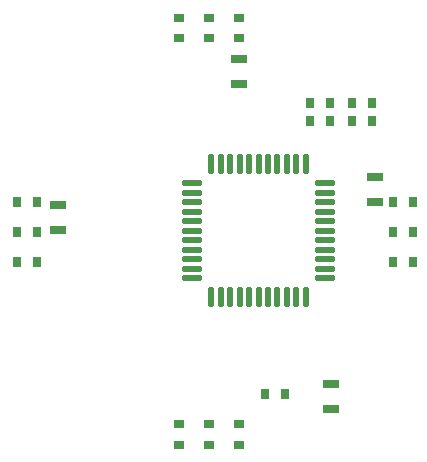
<source format=gtp>
%FSLAX33Y33*%
%MOMM*%
%AMRect-W670710-H1320710-RO1.500*
21,1,0.67071,1.32071,0.,0.,90*%
%AMRR-H1749999-W549999-R274999-RO1.500*
21,1,0.000001,1.749999,0.,0.,90*
21,1,0.549999,1.200001,0.,0.,90*
1,1,0.549998,-0.6000005,-0.0000005*
1,1,0.549998,-0.6000005,0.0000005*
1,1,0.549998,0.6000005,0.0000005*
1,1,0.549998,0.6000005,-0.0000005*%
%AMRR-H1749999-W549999-R274999-RO0.000*
21,1,0.000001,1.749999,0.,0.,360*
21,1,0.549999,1.200001,0.,0.,360*
1,1,0.549998,-0.0000005,0.6000005*
1,1,0.549998,0.0000005,0.6000005*
1,1,0.549998,0.0000005,-0.6000005*
1,1,0.549998,-0.0000005,-0.6000005*%
%AMRect-W670710-H870710-RO1.000*
21,1,0.67071,0.87071,0.,0.,180*%
%AMRect-W670710-H1320710-RO0.500*
21,1,0.67071,1.32071,0.,0.,270*%
%AMRect-W670710-H870710-RO1.500*
21,1,0.67071,0.87071,0.,0.,90*%
%AMRect-W670710-H870710-RO0.500*
21,1,0.67071,0.87071,0.,0.,270*%
%ADD10R,0.67071X0.87071*%
%ADD11Rect-W670710-H1320710-RO1.500*%
%ADD12RR-H1749999-W549999-R274999-RO1.500*%
%ADD13RR-H1749999-W549999-R274999-RO0.000*%
%ADD14Rect-W670710-H870710-RO1.000*%
%ADD15Rect-W670710-H1320710-RO0.500*%
%ADD16Rect-W670710-H870710-RO1.500*%
%ADD17Rect-W670710-H870710-RO0.500*%
D10*
%LNtop paste_traces*%
%LNtop paste component 70b09bb2818ad89b*%
G01*
X8560Y10950D03*
X10260Y10950D03*
%LNtop paste component acdc2106e7d7a5b5*%
D11*
X14050Y2540D03*
X14050Y4640D03*
%LNtop paste component bbcc82406b5c7a3e*%
D12*
X-1425Y4125D03*
X-1425Y3325D03*
X-1425Y2525D03*
X-1425Y1725D03*
X-1425Y0925D03*
X-1425Y0125D03*
X-1425Y-0675D03*
X-1425Y-1475D03*
X-1425Y-2275D03*
X-1425Y-3075D03*
X-1425Y-3875D03*
D13*
X0225Y-5525D03*
X1025Y-5525D03*
X1825Y-5525D03*
X2625Y-5525D03*
X3425Y-5525D03*
X4225Y-5525D03*
X5025Y-5525D03*
X5825Y-5525D03*
X6625Y-5525D03*
X7425Y-5525D03*
X8225Y-5525D03*
D12*
X9875Y-3875D03*
X9875Y-3075D03*
X9875Y-2275D03*
X9875Y-1475D03*
X9875Y-0675D03*
X9875Y0125D03*
X9875Y0925D03*
X9875Y1725D03*
X9875Y2525D03*
X9875Y3325D03*
X9875Y4125D03*
D13*
X8225Y5775D03*
X7425Y5775D03*
X6625Y5775D03*
X5825Y5775D03*
X5025Y5775D03*
X4225Y5775D03*
X3425Y5775D03*
X2625Y5775D03*
X1825Y5775D03*
X1025Y5775D03*
X0225Y5775D03*
%LNtop paste component fb79a13baf4f1f43*%
D14*
X-14550Y2540D03*
X-16250Y2540D03*
%LNtop paste component 582b67b412e03a97*%
D15*
X2540Y14625D03*
X2540Y12525D03*
%LNtop paste component 899d837000a321f6*%
D14*
X-14550Y0D03*
X-16250Y0D03*
%LNtop paste component 4a537383a56f4947*%
D10*
X15625Y-2540D03*
X17325Y-2540D03*
%LNtop paste component 78e04b5164b9cf10*%
D14*
X-14550Y-2540D03*
X-16250Y-2540D03*
%LNtop paste component 5e86fa16ded1a20c*%
D10*
X15625Y2540D03*
X17325Y2540D03*
%LNtop paste component 777d56a3b3942ac7*%
X4780Y-13700D03*
X6480Y-13700D03*
%LNtop paste component 05bb4b2115a262c6*%
D11*
X10375Y-14975D03*
X10375Y-12875D03*
%LNtop paste component bc2a92881df52052*%
D14*
X13800Y10950D03*
X12100Y10950D03*
%LNtop paste component 919d1acac43f7cf5*%
D15*
X-12715Y2300D03*
X-12715Y0200D03*
%LNtop paste component c1e2ca1b4103e897*%
D16*
X0Y16475D03*
X0Y18175D03*
%LNtop paste component 557e759dcb5dd2a6*%
X2540Y16475D03*
X2540Y18175D03*
%LNtop paste component 55f65207dfb3c681*%
D17*
X-2540Y-16275D03*
X-2540Y-17975D03*
%LNtop paste component 3a3a2cfcd27fe13b*%
D10*
X15625Y0D03*
X17325Y0D03*
%LNtop paste component dccc935fa88e421f*%
D16*
X-2540Y16475D03*
X-2540Y18175D03*
%LNtop paste component 6f96558951de62c9*%
D10*
X8560Y9400D03*
X10260Y9400D03*
%LNtop paste component fbd389026ec22525*%
D17*
X0Y-16275D03*
X0Y-17975D03*
%LNtop paste component 88a4d5fcc0e14ff3*%
D14*
X13800Y9400D03*
X12100Y9400D03*
%LNtop paste component 474d5e9ebbd1a6df*%
D17*
X2540Y-16275D03*
X2540Y-17975D03*
M02*
</source>
